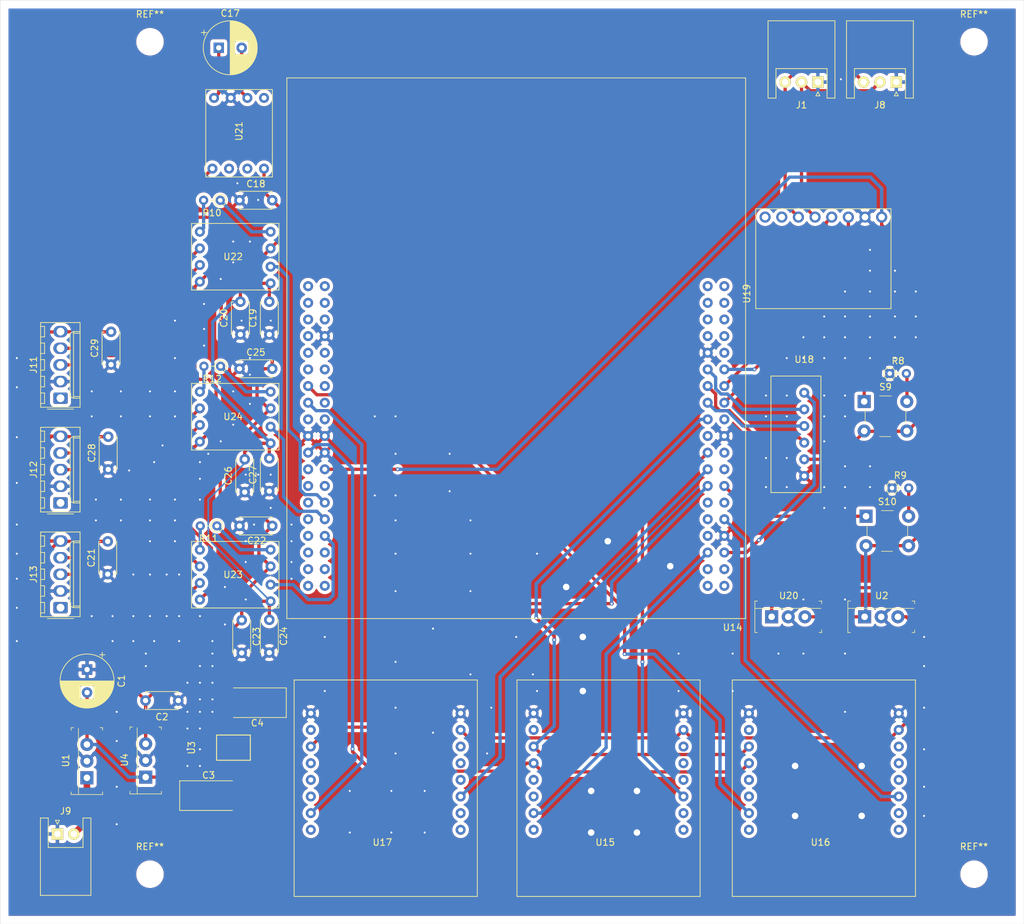
<source format=kicad_pcb>
(kicad_pcb (version 20240108) (generator "pcbnew") (generator_version "8.0")
  (layers (0 "F.Cu" signal) (31 "B.Cu" signal) (34 "B.Paste" user) (35 "F.Paste" user) (36 "B.SilkS" user "B.Silkscreen") (37 "F.SilkS" user "F.Silkscreen") (38 "B.Mask" user) (39 "F.Mask" user) (44 "Edge.Cuts" user))
  (net 0 "")
  (net 1 "+9V")
  (net 2 "GND")
  (net 3 "+5VD")
  (net 4 "/ADC/Vref")
  (net 5 "Net-(C17-Pad2)")
  (net 6 "Net-(C17-Pad1)")
  (net 7 "/CAN/CAN_L")
  (net 8 "/CAN/CAN_H")
  (net 9 "VCC")
  (net 10 "/ADC/Sig+")
  (net 11 "/ADC/Sig-")
  (net 12 "Net-(J11-Pad1)")
  (net 13 "Net-(J12-Pad1)")
  (net 14 "/ADC/Sig2-")
  (net 15 "/ADC/Sig2+")
  (net 16 "Net-(J13-Pad1)")
  (net 17 "/ADC/Sig3-")
  (net 18 "/ADC/Sig3+")
  (net 19 "Net-(R8-Pad2)")
  (net 20 "Net-(R9-Pad2)")
  (net 21 "Net-(R10-Pad2)")
  (net 22 "Net-(R10-Pad1)")
  (net 23 "Net-(R11-Pad1)")
  (net 24 "Net-(R11-Pad2)")
  (net 25 "Net-(R12-Pad1)")
  (net 26 "Net-(R12-Pad2)")
  (net 27 "/GPIO_Input1")
  (net 28 "+5V")
  (net 29 "/GPIO_Input2")
  (net 30 "+3V3")
  (net 31 "Net-(U3-Pad1)")
  (net 32 "Net-(U3-Pad3)")
  (net 33 "Net-(U3-Pad8)")
  (net 34 "Net-(U3-Pad7)")
  (net 35 "Net-(U3-Pad5)")
  (net 36 "Net-(U14-Pad69)")
  (net 37 "/LC1_EnOut")
  (net 38 "Net-(U14-Pad57)")
  (net 39 "Net-(U14-Pad62)")
  (net 40 "Net-(U14-Pad60)")
  (net 41 "/LC3_EnOut")
  (net 42 "/LC2_EnOut")
  (net 43 "/SPI1_CS1")
  (net 44 "Net-(U14-Pad75)")
  (net 45 "/I2C2_SCL")
  (net 46 "/LC1_Interrupt")
  (net 47 "Net-(U14-Pad66)")
  (net 48 "Net-(U14-Pad67)")
  (net 49 "Net-(U14-Pad65)")
  (net 50 "Net-(U14-Pad73)")
  (net 51 "/SPI1_MOSI")
  (net 52 "/SPI1_MISO")
  (net 53 "/I2C1_SCL")
  (net 54 "/CAN1_RX")
  (net 55 "Net-(U14-Pad45)")
  (net 56 "/SPI1_SCK")
  (net 57 "/CAN1_TX")
  (net 58 "Net-(U14-Pad41)")
  (net 59 "Net-(U14-Pad39)")
  (net 60 "Net-(U14-Pad42)")
  (net 61 "Net-(U14-Pad43)")
  (net 62 "Net-(U14-Pad40)")
  (net 63 "Net-(U14-Pad44)")
  (net 64 "Net-(U14-Pad2)")
  (net 65 "Net-(U14-Pad4)")
  (net 66 "Net-(U14-Pad1)")
  (net 67 "/I2C2_SDA")
  (net 68 "Net-(U14-Pad7)")
  (net 69 "Net-(U14-Pad14)")
  (net 70 "Net-(U14-Pad17)")
  (net 71 "/LC2_Interrupt")
  (net 72 "/LC3_Int")
  (net 73 "Net-(U14-Pad33)")
  (net 74 "Net-(U14-Pad36)")
  (net 75 "Net-(U14-Pad34)")
  (net 76 "Net-(U14-Pad35)")
  (net 77 "Net-(U14-Pad37)")
  (net 78 "Net-(U14-Pad38)")
  (net 79 "Net-(U14-Pad27)")
  (net 80 "/ADC1_In1")
  (net 81 "/ADC1_In0")
  (net 82 "Net-(U14-Pad29)")
  (net 83 "Net-(U14-Pad31)")
  (net 84 "/ADC1_In4")
  (net 85 "Net-(U14-Pad25)")
  (net 86 "Net-(U14-Pad23)")
  (net 87 "/I2C1_SDA")
  (net 88 "Net-(U15-Pad1)")
  (net 89 "Net-(U15-Pad2)")
  (net 90 "Net-(U15-Pad4)")
  (net 91 "Net-(U15-Pad5)")
  (net 92 "Net-(U15-Pad6)")
  (net 93 "Net-(U15-Pad9)")
  (net 94 "Net-(U15-Pad11)")
  (net 95 "Net-(U15-Pad12)")
  (net 96 "Net-(U15-Pad15)")
  (net 97 "Net-(U16-Pad15)")
  (net 98 "Net-(U16-Pad12)")
  (net 99 "Net-(U16-Pad11)")
  (net 100 "Net-(U16-Pad9)")
  (net 101 "Net-(U16-Pad6)")
  (net 102 "Net-(U16-Pad5)")
  (net 103 "Net-(U16-Pad4)")
  (net 104 "Net-(U16-Pad2)")
  (net 105 "Net-(U16-Pad1)")
  (net 106 "Net-(U17-Pad1)")
  (net 107 "Net-(U17-Pad2)")
  (net 108 "Net-(U17-Pad4)")
  (net 109 "Net-(U17-Pad5)")
  (net 110 "Net-(U17-Pad6)")
  (net 111 "Net-(U17-Pad9)")
  (net 112 "Net-(U17-Pad11)")
  (net 113 "Net-(U17-Pad12)")
  (net 114 "/Loadcell/I2C2_SDA")
  (net 115 "Net-(U17-Pad15)")
  (net 116 "Net-(U19-Pad7)")
  (net 117 "Net-(U19-Pad8)")
  (net 118 "Net-(U21-Pad1)")
  (net 119 "-5V")
  (net 120 "Net-(U21-Pad6)")
  (net 121 "Net-(U21-Pad7)")
  (footprint "Capacitor_THT:CP_Radial_D8.0mm_P3.50mm" (layer "F.Cu") (at 36.1188 119.9134 -90)
    (property "Reference" "C1")
    (property "Value" "0.33uF")
  )
  (footprint "Capacitor_Tantalum_SMD:CP_EIA-7343-31_Kemet-D" (layer "F.Cu") (at 62.103 124.968 180)
    (property "Reference" "C4")
    (property "Value" "10uF")
  )
  (footprint "Capacitor_THT:C_Disc_D4.7mm_W2.5mm_P5.00mm" (layer "F.Cu") (at 63.9265 68.7832 90)
    (property "Reference" "C19")
    (property "Value" "100nF")
  )
  (footprint "Capacitor_THT:C_Disc_D4.7mm_W2.5mm_P5.00mm" (layer "F.Cu") (at 39.2684 105.3592 90)
    (property "Reference" "C21")
    (property "Value" "100nF")
  )
  (footprint "Capacitor_THT:C_Disc_D4.7mm_W2.5mm_P5.00mm" (layer "F.Cu") (at 39.7764 73.3806 90)
    (property "Reference" "C29")
    (property "Value" "100nF")
  )
  (footprint "Connectors_JST:JST_XH_S03B-XH-A_03x2.50mm_Angled" (layer "F.Cu") (at 147.6248 30.2768 180)
    (property "Reference" "J1")
    (property "Value" "Connector_JST_01x03")
  )
  (footprint "Connectors_JST:JST_XH_S03B-XH-A_03x2.50mm_Angled" (layer "F.Cu") (at 159.5888 30.2768 180)
    (property "Reference" "J8")
    (property "Value" "Connector_JST_01x03")
  )
  (footprint "Connectors_JST:JST_XH_S02B-XH-A_02x2.50mm_Angled" (layer "F.Cu") (at 31.5976 145.0086)
    (property "Reference" "J9")
    (property "Value" "Connector_JST_01x02")
  )
  (footprint "Connector_Molex:Molex_KK-254_AE-6410-05A_1x05_P2.54mm_Vertical" (layer "F.Cu") (at 32.0676 78.5114 90)
    (property "Reference" "J11")
    (property "Value" "Mol_5264_01X05")
  )
  (footprint "Connector_Molex:Molex_KK-254_AE-6410-05A_1x05_P2.54mm_Vertical" (layer "F.Cu") (at 32.0676 94.488 90)
    (property "Reference" "J12")
    (property "Value" "Mol_5264_01X05")
  )
  (footprint "Connector_Molex:Molex_KK-254_AE-6410-05A_1x05_P2.54mm_Vertical" (layer "F.Cu") (at 32.0676 110.4646 90)
    (property "Reference" "J13")
    (property "Value" "Mol_5264_01X05")
  )
  (footprint "Resistor_THT:R_Axial_DIN0204_L3.6mm_D1.6mm_P2.54mm_Vertical" (layer "F.Cu") (at 158.5849 74.74204)
    (property "Reference" "R8")
    (property "Value" "10k")
  )
  (footprint "Resistor_THT:R_Axial_DIN0204_L3.6mm_D1.6mm_P2.54mm_Vertical" (layer "F.Cu") (at 158.9405 92.21216)
    (property "Reference" "R9")
    (property "Value" "10k")
  )
  (footprint "digikey-footprints:Switch_Tactile_THT_B3F-1xxx" (layer "F.Cu") (at 154.6848 79.0046)
    (property "Reference" "S9")
    (property "Value" "B3F-1000")
  )
  (footprint "digikey-footprints:TO-220-3" (layer "F.Cu") (at 36.0934 136.4234 90)
    (property "Reference" "U1")
    (property "Value" "LM7809")
  )
  (footprint "digikey-footprints:TO-220-3" (layer "F.Cu") (at 154.7488 111.8616)
    (property "Reference" "U2")
    (property "Value" "LM3940")
  )
  (footprint "BC_IC_components:REF5050" (layer "F.Cu") (at 55.88 131.8514 90)
    (property "Reference" "U3")
    (property "Value" "REF5050")
  )
  (footprint "BC_STM_Board:Main_NUCLEO-F446RE" (layer "F.Cu") (at 101.6 84.2772)
    (property "Reference" "U14")
    (property "Value" "BC_Nucleo446RE")
  )
  (footprint "BC_IC_components:LoadCell_Click4" (layer "F.Cu") (at 127.1143 146.9012 180)
    (property "Reference" "U15")
    (property "Value" "LoadCell_Click4")
  )
  (footprint "BC_IC_components:LoadCell_Click4" (layer "F.Cu") (at 159.9638 146.9012 180)
    (property "Reference" "U16")
    (property "Value" "LoadCell_Click4")
  )
  (footprint "BC_IC_components:LoadCell_Click4" (layer "F.Cu") (at 93.1164 146.9012 180)
    (property "Reference" "U17")
    (property "Value" "LoadCell_Click4")
  )
  (footprint "BC_IC_components:CAN_TJA1051" (layer "F.Cu") (at 148.463 57.2262 -90)
    (property "Reference" "U19")
    (property "Value" "CAN_TJA1051")
  )
  (footprint "digikey-footprints:TO-220-3" (layer "F.Cu") (at 140.5636 111.8616)
    (property "Reference" "U20")
    (property "Value" "LM7805CT")
  )
  (footprint "Capacitor_Tantalum_SMD:CP_EIA-7343-31_Kemet-D" (layer "F.Cu") (at 54.6608 139.1412)
    (property "Reference" "C3")
    (property "Value" "10uF")
  )
  (footprint "MountingHole:MountingHole_3.2mm_M3" (layer "F.Cu") (at 171.45 151.13)
    (property "Reference" "REF**")
    (property "Value" "MH_3.2mm_M3")
  )
  (footprint "MountingHole:MountingHole_3.2mm_M3" (layer "F.Cu") (at 171.45 24.13)
    (property "Reference" "REF**")
    (property "Value" "MH_3.2mm_M3")
  )
  (footprint "MountingHole:MountingHole_3.2mm_M3" (layer "F.Cu") (at 45.72 24.13)
    (property "Reference" "REF**")
    (property "Value" "MH_3.2mm_M3")
  )
  (footprint "MountingHole:MountingHole_3.2mm_M3" (layer "F.Cu") (at 45.72 151.13)
    (property "Reference" "REF**")
    (property "Value" "MH_3.2mm_M3")
  )
  (footprint "BC_IC_components:LMC7660_THT" (layer "F.Cu") (at 63.119 32.6898 90)
    (property "Reference" "U21")
    (property "Value" "LMC7660")
  )
  (footprint "Capacitor_THT:CP_Radial_D8.0mm_P3.50mm" (layer "F.Cu") (at 56.2102 25.0444)
    (property "Reference" "C17")
    (property "Value" "10uF")
  )
  (footprint "Capacitor_THT:C_Disc_D4.7mm_W2.5mm_P5.00mm" (layer "F.Cu") (at 50.038 124.6378 180)
    (property "Reference" "C2")
    (property "Value" "0.1uF")
  )
  (footprint "digikey-footprints:TO-220-3" (layer "F.Cu") (at 45.0596 136.3218 90)
    (property "Reference" "U4")
    (property "Value" "LM7805CT")
  )
  (footprint "Resistor_THT:R_Axial_DIN0204_L3.6mm_D1.6mm_P2.54mm_Vertical" (layer "F.Cu") (at 56.4388 48.3108 180)
    (property "Reference" "R10")
    (property "Value" "120")
  )
  (footprint "BC_IC_components:INA128PA" (layer "F.Cu") (at 53.3265 53.1114 180)
    (property "Reference" "U22")
    (property "Value" "INA128PA")
  )
  (footprint "Capacitor_THT:C_Disc_D4.7mm_W2.5mm_P5.00mm" (layer "F.Cu") (at 59.5122 68.7832 90)
    (property "Reference" "C20")
    (property "Value" "100nF")
  )
  (footprint "Capacitor_THT:C_Disc_D4.7mm_W2.5mm_P5.00mm" (layer "F.Cu") (at 39.3446 89.3826 90)
    (property "Reference" "C28")
    (property "Value" "100nF")
  )
  (footprint "Capacitor_THT:C_Disc_D4.7mm_W2.5mm_P5.00mm" (layer "F.Cu") (at 59.3765 48.3108)
    (property "Reference" "C18")
    (property "Value" "100nF")
  )
  (footprint "Capacitor_THT:C_Disc_D4.7mm_W2.5mm_P5.00mm" (layer "F.Cu") (at 59.7154 117.3734 90)
    (property "Reference" "C23")
    (property "Value" "100nF")
  )
  (footprint "Resistor_THT:R_Axial_DIN0204_L3.6mm_D1.6mm_P2.54mm_Vertical" (layer "F.Cu") (at 55.9308 97.9932 180)
    (property "Reference" "R11")
    (property "Value" "120")
  )
  (footprint "Capacitor_THT:C_Disc_D4.7mm_W2.5mm_P5.00mm" (layer "F.Cu") (at 63.9265 117.3226 90)
    (property "Reference" "C24")
    (property "Value" "100nF")
  )
  (footprint "BC_IC_components:INA128PA" (layer "F.Cu") (at 53.3265 101.6254 180)
    (property "Reference" "U23")
    (property "Value" "INA128PA")
  )
  (footprint "Capacitor_THT:C_Disc_D4.7mm_W2.5mm_P5.00mm" (layer "F.Cu") (at 59.3765 97.9932)
    (property "Reference" "C22")
    (property "Value" "100nF")
  )
  (footprint "Resistor_THT:R_Axial_DIN0204_L3.6mm_D1.6mm_P2.54mm_Vertical" (layer "F.Cu") (at 56.4896 73.6346 180)
    (property "Reference" "R12")
    (property "Value" "120")
  )
  (footprint "Capacitor_THT:C_Disc_D4.7mm_W2.5mm_P5.00mm" (layer "F.Cu") (at 60.1726 92.837 90)
    (property "Reference" "C26")
    (property "Value" "100nF")
  )
  (footprint "Capacitor_THT:C_Disc_D4.7mm_W2.5mm_P5.00mm" (layer "F.Cu") (at 59.3765 74.0156)
    (property "Reference" "C25")
    (property "Value" "100nF")
  )
  (footprint "BC_IC_components:INA128PA" (layer "F.Cu") (at 53.3265 77.5208 180)
    (property "Reference" "U24")
    (property "Value" "INA128PA")
  )
  (footprint "Capacitor_THT:C_Disc_D4.7mm_W2.5mm_P5.00mm" (layer "F.Cu") (at 63.9265 92.6846 90)
    (property "Reference" "C27")
    (property "Value" "100nF")
  )
  (footprint "BC_IC_components:SDCARD_SPI" (layer "F.Cu") (at 145.542 75.1332)
    (property "Reference" "U18")
    (property "Value" "SDCARD_SPI")
  )
  (footprint "digikey-footprints:Switch_Tactile_THT_B3F-1xxx" (layer "F.Cu") (at 154.9666 96.5094)
    (property "Reference" "S10")
    (property "Value" "B3F-1000")
  )
  (gr_line (start 176.53 17.78) (end 22.86 17.78) (stroke (width 0.05)) (layer "Edge.Cuts"))
  (gr_line (start 179.07 17.78) (end 176.53 17.78) (stroke (width 0.05)) (layer "Edge.Cuts"))
  (gr_line (start 22.86 17.78) (end 22.86 158.75) (stroke (width 0.05)) (layer "Edge.Cuts"))
  (gr_line (start 22.86 158.75) (end 176.53 158.75) (stroke (width 0.05)) (layer "Edge.Cuts"))
  (gr_line (start 179.07 158.75) (end 179.07 17.78) (stroke (width 0.05)) (layer "Edge.Cuts"))
  (gr_line (start 176.53 158.75) (end 179.07 158.75) (stroke (width 0.05)) (layer "Edge.Cuts"))
  (segment (start 163.4236 148.6154) (end 165.9636 146.0754) (width 0.5) (layer "F.Cu") (net 1))
  (segment (start 57.785 134.5514) (end 57.785 139.1295) (width 0.5) (layer "F.Cu") (net 1))
  (segment (start 54.9539 136.3218) (end 57.7733 139.1412) (width 0.5) (layer "F.Cu") (net 1))
  (segment (start 165.9636 111.0234) (end 162.3568 107.4166) (width 0.5) (layer "F.Cu") (net 1))
  (segment (start 67.2475 148.6154) (end 163.4236 148.6154) (width 0.5) (layer "F.Cu") (net 1))
  (segment (start 140.5636 110.3616) (end 140.5636 111.8616) (width 0.5) (layer "F.Cu") (net 1))
  (segment (start 165.9636 146.0754) (end 165.9636 111.0234) (width 0.5) (layer "F.Cu") (net 1))
  (segment (start 45.0596 136.3218) (end 54.9539 136.3218) (width 0.5) (layer "F.Cu") (net 1))
  (segment (start 36.1188 123.4134) (end 36.1188 131.318) (width 0.5) (layer "F.Cu") (net 1))
  (segment (start 143.5086 107.4166) (end 140.5636 110.3616) (width 0.5) (layer "F.Cu") (net 1))
  (segment (start 57.785 139.1295) (end 57.7733 139.1412) (width 0.5) (layer "F.Cu") (net 1))
  (segment (start 162.3568 107.4166) (end 143.5086 107.4166) (width 0.5) (layer "F.Cu") (net 1))
  (segment (start 36.1188 131.318) (end 36.0934 131.3434) (width 0.5) (layer "F.Cu") (net 1))
  (segment (start 57.7733 139.1412) (end 67.2475 148.6154) (width 0.5) (layer "F.Cu") (net 1))
  (segment (start 36.0934 131.3434) (end 37.507613 131.3434) (width 0.5) (layer "B.Cu") (net 1))
  (segment (start 37.507613 131.3434) (end 42.486013 136.3218) (width 0.5) (layer "B.Cu") (net 1))
  (segment (start 43.5596 136.3218) (end 45.0596 136.3218) (width 0.5) (layer "B.Cu") (net 1))
  (segment (start 42.486013 136.3218) (end 43.5596 136.3218) (width 0.5) (layer "B.Cu") (net 1))
  (via (at 37.465 97.155) (size 0.6) (drill 0.3) (layers "F.Cu" "B.Cu") (net 2))
  (via (at 58.42 57.785) (size 0.6) (drill 0.3) (layers "F.Cu" "B.Cu") (net 2))
  (via (at 50.165 111.76) (size 0.6) (drill 0.3) (layers "F.Cu" "B.Cu") (net 2))
  (via (at 40.005 115.57) (size 0.6) (drill 0.3) (layers "F.Cu" "B.Cu") (net 2))
  (via (at 25.4 97.79) (size 0.6) (drill 0.3) (layers "F.Cu" "B.Cu") (net 2))
  (via (at 151.13 29.845) (size 0.6) (drill 0.3) (layers "F.Cu" "B.Cu") (net 2))
  (via (at 25.4 72.39) (size 0.6) (drill 0.3) (layers "F.Cu" "B.Cu") (net 2))
  (via (at 104.14 120.65) (size 0.6) (drill 0.3) (layers "F.Cu" "B.Cu") (net 2))
  (via (at 159.385 59.055) (size 0.6) (drill 0.3) (layers "F.Cu" "B.Cu") (net 2))
  (via (at 64.135 66.675) (size 0.6) (drill 0.3) (layers "F.Cu" "B.Cu") (net 2))
  (via (at 80.01 81.28) (size 0.6) (drill 0.3) (layers "F.Cu" "B.Cu") (net 2))
  (via (at 148.59 95.25) (size 0.6) (drill 0.3) (layers "F.Cu" "B.Cu") (net 2))
  (via (at 53.975 64.135) (size 0.6) (drill 0.3) (layers "F.Cu" "B.Cu") (net 2))
  (via (at 113.03 144.78) (size 1.4) (drill 1) (layers "F.Cu" "B.Cu") (net 2))
  (via (at 88.9 113.665) (size 0.6) (drill 0.3) (layers "F.Cu" "B.Cu") (net 2))
  (via (at 43.18 115.57) (size 0.6) (drill 0.3) (layers "F.Cu" "B.Cu") (net 2))
  (via (at 40.64 137.795) (size 0.6) (drill 0.3) (layers "F.Cu" "B.Cu") (net 2))
  (via (at 163.83 114.935) (size 0.6) (drill 0.3) (layers "F.Cu" "B.Cu") (net 2))
  (via (at 151.765 92.075) (size 0.6) (drill 0.3) (layers "F.Cu" "B.Cu") (net 2))
  (via (at 43.18 111.76) (size 0.6) (drill 0.3) (layers "F.Cu" "B.Cu") (net 2))
  (via (at 134.62 117.475) (size 0.6) (drill 0.3) (layers "F.Cu" "B.Cu") (net 2))
  (via (at 148.59 85.09) (size 0.6) (drill 0.3) (layers "F.Cu" "B.Cu") (net 2))
  (via (at 50.165 115.57) (size 0.6) (drill 0.3) (layers "F.Cu" "B.Cu") (net 2))
  (via (at 25.4 110.49) (size 0.6) (drill 0.3) (layers "F.Cu" "B.Cu") (net 2))
  (via (at 51.435 128.905) (size 0.6) (drill 0.3) (layers "F.Cu" "B.Cu") (net 2))
  (via (at 55.245 124.46) (size 0.6) (drill 0.3) (layers "F.Cu" "B.Cu") (net 2))
  (via (at 60.325 103.505) (size 0.6) (drill 0.3) (layers "F.Cu" "B.Cu") (net 2))
  (via (at 40.005 111.76) (size 0.6) (drill 0.3) (layers "F.Cu" "B.Cu") (net 2))
  (via (at 60.96 72.39) (size 0.6) (drill 0.3) (layers "F.Cu" "B.Cu") (net 2))
  (via (at 40.64 143.51) (size 0.6) (drill 0.3) (layers "F.Cu" "B.Cu") (net 2))
  (via (at 54.61 86.995) (size 0.6) (drill 0.3) (layers "F.Cu" "B.Cu") (net 2))
  (via (at 151.765 66.04) (size 0.6) (drill 0.3) (layers "F.Cu" "B.Cu") (net 2))
  (via (at 151.765 72.39) (size 0.6) (drill 0.3) (layers "F.Cu" "B.Cu") (net 2))
  (via (at 159.385 72.39) (size 0.6) (drill 0.3) (layers "F.Cu" "B.Cu") (net 2))
  (via (at 111.76 114.935) (size 1.4) (drill 1) (layers "F.Cu" "B.Cu") (net 2))
  (via (at 154.305 142.24) (size 1.4) (drill 1) (layers "F.Cu" "B.Cu") (net 2))
  (via (at 94.615 120.65) (size 0.6) (drill 0.3) (layers "F.Cu" "B.Cu") (net 2))
  (via (at 142.875 87.63) (size 0.6) (drill 0.3) (layers "F.Cu" "B.Cu") (net 2))
  (via (at 148.59 92.075) (size 0.6) (drill 0.3) (layers "F.Cu" "B.Cu") (net 2))
  (via (at 113.03 138.43) (size 1.4) (drill 1) (layers "F.Cu" "B.Cu") (net 2))
  (via (at 45.72 81.28) (size 0.6) (drill 0.3) (layers "F.Cu" "B.Cu") (net 2))
  (via (at 40.64 130.81) (size 0.6) (drill 0.3) (layers "F.Cu" "B.Cu") (net 2))
  (via (at 82.55 144.78) (size 0.6) (drill 0.3) (layers "F.Cu" "B.Cu") (net 2))
  (via (at 53.34 111.76) (size 0.6) (drill 0.3) (layers "F.Cu" "B.Cu") (net 2))
  (via (at 155.575 69.215) (size 0.6) (drill 0.3) (layers "F.Cu" "B.Cu") (net 2))
  (via (at 76.2 144.78) (size 0.6) (drill 0.3) (layers "F.Cu" "B.Cu") (net 2))
  (via (at 163.83 137.795) (size 0.6) (drill 0.3) (layers "F.Cu" "B.Cu") (net 2))
  (via (at 151.765 62.23) (size 0.6) (drill 0.3) (layers "F.Cu" "B.Cu") (net 2))
  (via (at 144.145 142.24) (size 1.4) (drill 1) (layers "F.Cu" "B.Cu") (net 2))
  (via (at 57.15 107.315) (size 0.6) (drill 0.3) (layers "F.Cu" "B.Cu") (net 2))
  (via (at 45.72 97.155) (size 0.6) (drill 0.3) (layers "F.Cu" "B.Cu") (net 2))
  (via (at 144.145 134.62) (size 1.4) (drill 1) (layers "F.Cu" "B.Cu") (net 2))
  (via (at 115.57 100.33) (size 1.4) (drill 1) (layers "F.Cu" "B.Cu") (net 2))
  (via (at 43.18 105.41) (size 0.6) (drill 0.3) (layers "F.Cu" "B.Cu") (net 2))
  (via (at 49.53 77.47) (size 0.6) (drill 0.3) (layers "F.Cu" "B.Cu") (net 2))
  (via (at 163.83 132.08) (size 0.6) (drill 0.3) (layers "F.Cu" "B.Cu") (net 2))
  (via (at 139.7 78.105) (size 0.6) (drill 0.3) (layers "F.Cu" "B.Cu") (net 2))
  (via (at 55.245 126.365) (size 0.6) (drill 0.3) (layers "F.Cu" "B.Cu") (net 2))
  (via (at 83.185 93.345) (size 0.6) (drill 0.3) (layers "F.Cu" "B.Cu") (net 2))
  (via (at 36.83 81.28) (size 0.6) (drill 0.3) (layers "F.Cu" "B.Cu") (net 2))
  (via (at 60.96 54.61) (size 0.6) (drill 0.3) (layers "F.Cu" "B.Cu") (net 2))
  (via (at 82.55 138.43) (size 0.6) (drill 0.3) (layers "F.Cu" "B.Cu") (net 2))
  (via (at 83.185 107.95) (size 0.6) (drill 0.3) (layers "F.Cu" "B.Cu") (net 2))
  (via (at 60.325 109.22) (size 0.6) (drill 0.3) (layers "F.Cu" "B.Cu") (net 2))
  (via (at 49.53 97.155) (size 0.6) (drill 0.3) (layers "F.Cu" "B.Cu") (net 2))
  (via (at 67.31 100.33) (size 0.6) (drill 0.3) (layers "F.Cu" "B.Cu") (net 2))
  (via (at 25.4 106.045) (size 0.6) (drill 0.3) (layers "F.Cu" "B.Cu") (net 2))
  (via (at 94.615 97.155) (size 0.6) (drill 0.3) (layers "F.Cu" "B.Cu") (net 2))
  (via (at 91.44 92.71) (size 0.6) (drill 0.3) (layers "F.Cu" "B.Cu") (net 2))
  (via (at 151.765 88.9) (size 0.6) (drill 0.3) (layers "F.Cu" "B.Cu") (net 2))
  (via (at 25.4 84.455) (size 0.6) (drill 0.3) (layers "F.Cu" "B.Cu") (net 2))
  (via (at 87.63 138.43) (size 0.6) (drill 0.3) (layers "F.Cu" "B.Cu") (net 2))
  (via (at 53.34 121.92) (size 0.6) (drill 0.3) (layers "F.Cu" "B.Cu") (net 2))
  (via (at 53.34 93.98) (size 0.6) (drill 0.3) (layers "F.Cu" "B.Cu") (net 2))
  (via (at 151.765 95.25) (size 0.6) (drill 0.3) (layers "F.Cu" "B.Cu") (net 2))
  (via (at 101.6 114.935) (size 0.6) (drill 0.3) (layers "F.Cu" "B.Cu") (net 2))
  (via (at 94.615 102.235) (size 0.6) (drill 0.3) (layers "F.Cu" "B.Cu") (net 2))
  (via (at 163.83 119.38) (size 0.6) (drill 0.3) (layers "F.Cu" "B.Cu") (net 2))
  (via (at 60.96 79.375) (size 0.6) (drill 0.3) (layers "F.Cu" "B.Cu") (net 2))
  (via (at 56.515 60.325) (size 0.6) (drill 0.3) (layers "F.Cu" "B.Cu") (net 2))
  (via (at 36.83 77.47) (size 0.6) (drill 0.3) (layers "F.Cu" "B.Cu") (net 2))
  (via (at 94.615 107.95) (size 0.6) (drill 0.3) (layers "F.Cu" "B.Cu") (net 2))
  (via (at 145.415 72.39) (size 0.6) (drill 0.3) (layers "F.Cu" "B.Cu") (net 2))
  (via (at 145.415 69.215) (size 0.6) (drill 0.3) (layers "F.Cu" "B.Cu") (net 2))
  (via (at 37.465 93.98) (size 0.6) (drill 0.3) (layers "F.Cu" "B.Cu") (net 2))
  (via (at 62.23 48.26) (size 0.6) (drill 0.3) (layers "F.Cu" "B.Cu") (net 2))
  (via (at 42.545 89.535) (size 0.6) (drill 0.3) (layers "F.Cu" "B.Cu") (net 2))
  (via (at 51.435 132.08) (size 0.6) (drill 0.3) (layers "F.Cu" "B.Cu") (net 2))
  (via (at 67.31 103.505) (size 0.6) (drill 0.3) (layers "F.Cu" "B.Cu") (net 2))
  (via (at 67.31 106.045) (size 0.6) (drill 0.3) (layers "F.Cu" "B.Cu") (net 2))
  (via (at 151.765 78.105) (size 0.6) (drill 0.3) (layers "F.Cu" "B.Cu") (net 2))
  (via (at 142.875 81.28) (size 0.6) (drill 0.3) (layers "F.Cu" "B.Cu") (net 2))
  (via (at 142.875 78.105) (size 0.6) (drill 0.3) (layers "F.Cu" "B.Cu") (net 2))
  (via (at 25.4 76.835) (size 0.6) (drill 0.3) (layers "F.Cu" "B.Cu") (net 2))
  (via (at 58.42 77.47) (size 0.6) (drill 0.3) (layers "F.Cu" "B.Cu") (net 2))
  (via (at 64.135 95.25) (size 0.6) (drill 0.3) (layers "F.Cu" "B.Cu") (net 2))
  (via (at 155.575 88.9) (size 0.6) (drill 0.3) (layers "F.Cu" "B.Cu") (net 2))
  (via (at 151.765 81.28) (size 0.6) (drill 0.3) (layers "F.Cu" "B.Cu") (net 2))
  (via (at 60.325 100.33) (size 0.6) (drill 0.3) (layers "F.Cu" "B.Cu") (net 2))
  (via (at 53.975 70.485) (size 0.6) (drill 0.3) (layers "F.Cu" "B.Cu") (net 2))
  (via (at 126.365 117.475) (size 0.6) (drill 0.3) (layers "F.Cu" "B.Cu") (net 2))
  (via (at 53.34 119.38) (size 0.6) (drill 0.3) (layers "F.Cu" "B.Cu") (net 2))
  (via (at 83.185 125.73) (size 0.6) (drill 0.3) (layers "F.Cu" "B.Cu") (net 2))
  (via (at 148.59 78.105) (size 0.6) (drill 0.3) (layers "F.Cu" "B.Cu") (net 2))
  (via (at 97.79 125.73) (size 0.6) (drill 0.3) (layers "F.Cu" "B.Cu") (net 2))
  (via (at 49.53 100.33) (size 0.6) (drill 0.3) (layers "F.Cu" "B.Cu") (net 2))
  (via (at 139.7 81.28) (size 0.6) (drill 0.3) (layers "F.Cu" "B.Cu") (net 2))
  (via (at 104.775 123.19) (size 0.6) (drill 0.3) (layers "F.Cu" "B.Cu") (net 2))
  (via (at 151.765 126.365) (size 0.6) (drill 0.3) (layers "F.Cu" "B.Cu") (net 2))
  (via (at 45.72 111.76) (size 0.6) (drill 0.3) (layers "F.Cu" "B.Cu") (net 2))
  (via (at 139.7 87.63) (size 0.6) (drill 0.3) (layers "F.Cu" "B.Cu") (net 2))
  (via (at 159.385 66.04) (size 0.6) (drill 0.3) (layers "F.Cu" "B.Cu") (net 2))
  (via (at 159.385 62.23) (size 0.6) (drill 0.3) (layers "F.Cu" "B.Cu") (net 2))
  (via (at 120.015 138.43) (size 1.4) (drill 1) (layers "F.Cu" "B.Cu") (net 2))
  (via (at 120.015 144.78) (size 1.4) (drill 1) (layers "F.Cu" "B.Cu") (net 2))
  (via (at 125.095 104.14) (size 1.4) (drill 1) (layers "F.Cu" "B.Cu") (net 2))
  (via (at 47.625 85.725) (size 0.6) (drill 0.3) (layers "F.Cu" "B.Cu") (net 2))
  (via (at 145.415 117.475) (size 0.6) (drill 0.3) (layers "F.Cu" "B.Cu") (net 2))
  (via (at 83.185 118.745) (size 0.6) (drill 0.3) (layers "F.Cu" "B.Cu") (net 2))
  (via (at 58.42 54.61) (size 0.6) (drill 0.3) (layers "F.Cu" "B.Cu") (net 2))
  (via (at 49.53 81.28) (size 0.6) (drill 0.3) (layers "F.Cu" "B.Cu") (net 2))
  (via (at 155.575 59.055) (size 0.6) (drill 0.3) (layers "F.Cu" "B.Cu") (net 2))
  (via (at 80.01 93.345) (size 0.6) (drill 0.3) (layers "F.Cu" "B.Cu") (net 2))
  (via (at 49.53 93.98) (size 0.6) (drill 0.3) (layers "F.Cu" "B.Cu") (net 2))
  (via (at 46.355 88.265) (size 0.6) (drill 0.3) (layers "F.Cu" "B.Cu") (net 2))
  (via (at 155.575 62.23) (size 0.6) (drill 0.3) (layers "F.Cu" "B.Cu") (net 2))
  (via (at 57.15 113.03) (size 0.6) (drill 0.3) (layers "F.Cu" "B.Cu") (net 2))
  (via (at 45.72 105.41) (size 0.6) (drill 0.3) (layers "F.Cu" "B.Cu") (net 2))
  (via (at 45.085 117.475) (size 0.6) (drill 0.3) (layers "F.Cu" "B.Cu") (net 2))
  (via (at 53.34 124.46) (size 0.6) (drill 0.3) (layers "F.Cu" "B.Cu") (net 2))
  (via (at 154.305 134.62) (size 1.4) (drill 1) (layers "F.Cu" "B.Cu") (net 2))
  (via (at 148.59 72.39) (size 0.6) (drill 0.3) (layers "F.Cu" "B.Cu") (net 2))
  (via (at 55.245 117.475) (size 0.6) (drill 0.3) (layers "F.Cu" "B.Cu") (net 2))
  (via (at 50.165 105.41) (size 0.6) (drill 0.3) (layers "F.Cu" "B.Cu") (net 2))
  (via (at 25.4 91.44) (size 0.6) (drill 0.3) (layers "F.Cu" "B.Cu") (net 2))
  (via (at 53.34 88.265) (size 0.6) (drill 0.3) (layers "F.Cu" "B.Cu") (net 2))
  (via (at 148.59 66.04) (size 0.6) (drill 0.3) (layers "F.Cu" "B.Cu") (net 2))
  (via (at 83.185 132.715) (size 0.6) (drill 0.3) (layers "F.Cu" "B.Cu") (net 2))
  (via (at 155.575 92.075) (size 0.6) (drill 0.3) (layers "F.Cu" "B.Cu") (net 2))
  (via (at 53.34 128.905) (size 0.6) (drill 0.3) (layers "F.Cu" "B.Cu") (net 2))
  (via (at 60.325 90.17) (size 0.6) (drill 0.3) (layers "F.Cu" "B.Cu") (net 2))
  (via (at 145.415 109.22) (size 0.6) (drill 0.3) (layers "F.Cu" "B.Cu") (net 2))
  (via (at 40.64 126.365) (size 0.6) (drill 0.3) (layers "F.Cu" "B.Cu") (net 2))
  (via (at 151.765 69.215) (size 0.6) (drill 0.3) (layers "F.Cu" "B.Cu") (net 2))
  (via (at 155.575 72.39) (size 0.6) (drill 0.3) (layers "F.Cu" "B.Cu") (net 2))
  (via (at 53.34 126.365) (size 0.6) (drill 0.3) (layers "F.Cu" "B.Cu") (net 2))
  (via (at 45.72 93.98) (size 0.6) (drill 0.3) (layers "F.Cu" "B.Cu") (net 2))
  (via (at 53.34 90.805) (size 0.6) (drill 0.3) (layers "F.Cu" "B.Cu") (net 2))
  (via (at 58.42 82.55) (size 0.6) (drill 0.3) (layers "F.Cu" "B.Cu") (net 2))
  (via (at 49.53 72.39) (size 0.6) (drill 0.3) (layers "F.Cu" "B.Cu") (net 2))
  (via (at 55.245 119.38) (size 0.6) (drill 0.3) (layers "F.Cu" "B.Cu") (net 2))
  (via (at 60.96 74.93) (size 0.6) (drill 0.3) (layers "F.Cu" "B.Cu") (net 2))
  (via (at 41.275 97.155) (size 0.6) (drill 0.3) (layers "F.Cu" "B.Cu") (net 2))
  (via (at 83.185 86.995) (size 0.6) (drill 0.3) (layers "F.Cu" "B.Cu") (net 2))
  (via (at 51.435 121.92) (size 0.6) (drill 0.3) (layers "F.Cu" "B.Cu") (net 2))
  (via (at 61.595 97.79) (size 0.6) (drill 0.3) (layers "F.Cu" "B.Cu") (net 2))
  (via (at 48.26 105.41) (size 0.6) (drill 0.3) (layers "F.Cu" "B.Cu") (net 2))
  (via (at 72.39 123.19) (size 0.6) (drill 0.3) (layers "F.Cu" "B.Cu") (net 2))
  (via (at 83.185 81.28) (size 0.6) (drill 0.3) (layers "F.Cu" "B.Cu") (net 2))
  (via (at 36.83 111.76) (size 0.6) (drill 0.3) (layers "F.Cu" "B.Cu") (net 2))
  (via (at 111.76 123.19) (size 1.4) (drill 1) (layers "F.Cu" "B.Cu") (net 2))
  (via (at 55.245 121.92) (size 0.6) (drill 0.3) (layers "F.Cu" "B.Cu") (net 2))
  (via (at 53.34 132.08) (size 0.6) (drill 0.3) (layers "F.Cu" "B.Cu") (net 2))
  (via (at 163.83 125.73) (size 0.6) (drill 0.3) (layers "F.Cu" "B.Cu") (net 2))
  (via (at 83.185 97.155) (size 0.6) (drill 0.3) (layers "F.Cu" "B.Cu") (net 2))
  (via (at 91.44 86.995) (size 0.6) (drill 0.3) (layers "F.Cu" "B.Cu") (net 2))
  (via (at 48.26 111.76) (size 0.6) (drill 0.3) (layers "F.Cu" "B.Cu") (net 2))
  (via (at 109.22 107.315) (size 1.4) (drill 1) (layers "F.Cu" "B.Cu") (net 2))
  (via (at 163.83 142.24) (size 0.6) (drill 0.3) (layers "F.Cu" "B.Cu") (net 2))
  (via (at 162.56 66.04) (size 0.6) (drill 0.3) (layers "F.Cu" "B.Cu") (net 2))
  (via (at 76.2 138.43) (size 0.6) (drill 0.3) (layers "F.Cu" "B.Cu") (net 2))
  (via (at 25.4 115.57) (size 0.6) (drill 0.3) (layers "F.Cu" "B.Cu") (net 2))
  (via (at 83.185 102.235) (size 0.6) (drill 0.3) (layers "F.Cu" "B.Cu") (net 2))
  (via (at 151.765 117.475) (size 0.6) (drill 0.3) (layers "F.Cu" "B.Cu") (net 2))
  (via (at 45.72 77.47) (size 0.6) (drill 0.3) (layers "F.Cu" "B.Cu") (net 2))
  (via (at 41.275 77.47) (size 0.6) (drill 0.3) (layers "F.Cu" "B.Cu") (net 2))
  (via (at 151.765 109.22) (size 0.6) (drill 0.3) (layers "F.Cu" "B.Cu") (net 2))
  (via (at 67.31 97.79) (size 0.6) (drill 0.3) (layers "F.Cu" "B.Cu") (net 2))
  (via (at 51.435 134.62) (size 0.6) (drill 0.3) (layers "F.Cu" "B.Cu") (net 2))
  (via (at 56.515 85.09) (size 0.6) (drill 0.3) (layers "F.Cu" "B.Cu") (net 2))
  (via (at 142.875 92.075) (size 0.6) (drill 0.3) (layers "F.Cu" "B.Cu") (net 2))
  (via (at 51.435 126.365) (size 0.6) (drill 0.3) (layers "F.Cu" "B.Cu") (net 2))
  (via (at 55.245 115.57) (size 0.6) (drill 0.3) (layers "F.Cu" "B.Cu") (net 2))
  (via (at 53.34 134.62) (size 0.6) (drill 0.3) (layers "F.Cu" "B.Cu") (net 2))
  (via (at 72.39 114.935) (size 0.6) (drill 0.3) (layers "F.Cu" "B.Cu") (net 2))
  (via (at 88.9 129.54) (size 0.6) (drill 0.3) (layers "F.Cu" "B.Cu") (net 2))
  (via (at 141.605 117.475) (size 0.6) (drill 0.3) (layers "F.Cu" "B.Cu") (net 2))
  (via (at 46.355 115.57) (size 0.6) (drill 0.3) (layers "F.Cu" "B.Cu") (net 2))
  (via (at 62.23 90.17) (size 0.6) (drill 0.3) (layers "F.Cu" "B.Cu") (net 2))
  (via (at 64.135 90.17) (size 0.6) (drill 0.3) (layers "F.Cu" "B.Cu") (net 2))
  (via (at 162.56 62.23) (size 0.6) (drill 0.3) (layers "F.Cu" "B.Cu") (net 2))
  (via (at 45.72 100.33) (size 0.6) (drill 0.3) (layers "F.Cu" "B.Cu") (net 2))
  (via (at 59.055 45.72) (size 0.6) (drill 0.3) (layers "F.Cu" "B.Cu") (net 2))
  (via (at 162.56 69.215) (size 0.6) (drill 0.3) (layers "F.Cu" "B.Cu") (net 2))
  (via (at 41.275 93.98) (size 0.6) (drill 0.3) (layers "F.Cu" "B.Cu") (net 2))
  (via (at 159.385 69.215) (size 0.6) (drill 0.3) (layers "F.Cu" "B.Cu") (net 2))
  (via (at 97.155 132.715) (size 0.6) (drill 0.3) (layers "F.Cu" "B.Cu") (net 2))
  (via (at 49.53 66.675) (size 0.6) (drill 0.3) (layers "F.Cu" "B.Cu") (net 2))
  (via (at 155.575 66.04) (size 0.6) (drill 0.3) (layers "F.Cu" "B.Cu") (net 2))
  (via (at 53.975 67.945) (size 0.6) (drill 0.3) (layers "F.Cu" "B.Cu") (net 2))
  (via (at 155.575 55.88) (size 0.6) (drill 0.3) (layers "F.Cu" "B.Cu") (net 2))
  (via (at 87.63 144.78) (size 0.6) (drill 0.3) (layers "F.Cu" "B.Cu") (net 2))
  (via (at 142.875 72.39) (size 0.6) (drill 0.3) (layers "F.Cu" "B.Cu") (net 2))
  (via (at 126.365 123.19) (size 0.6) (drill 0.3) (layers "F.Cu" "B.Cu") (net 2))
  (via (at 41.275 81.28) (size 0.6) (drill 0.3) (layers "F.Cu" "B.Cu") (net 2))
  (via (at 139.7 92.075) (size 0.6) (drill 0.3) (layers "F.Cu" "B.Cu") (net 2))
  (via (at 25.4 102.235) (size 0.6) (drill 0.3) (layers "F.Cu" "B.Cu") (net 2))
  (via (at 148.59 81.28) (size 0.6) (drill 0.3) (layers "F.Cu" "B.Cu") (net 2))
  (via (at 59.69 66.675) (size 0.6) (drill 0.3) (layers "F.Cu" "B.Cu") (net 2))
  (via (at 45.085 119.38) (size 0.6) (drill 0.3) (layers "F.Cu" "B.Cu") (net 2))
  (via (at 104.775 102.235) (size 0.6) (drill 0.3) (layers "F.Cu" "B.Cu") (net 2))
  (via (at 148.59 69.215) (size 0.6) (drill 0.3) (layers "F.Cu" "B.Cu") (net 2))
  (via (at 134.62 123.19) (size 0.6) (drill 0.3) (layers "F.Cu" "B.Cu") (net 2))
  (segment (start 62.24915 95.86585) (end 61.5317 95.1484) (width 0.5) (layer "F.Cu") (net 3))
  (segment (start 66.1924 50.1267) (end 64.3765 48.3108) (width 0.5) (layer "F.Cu") (net 3))
  (segment (start 39.3446 84.3826) (end 32.1222 84.3826) (width 0.5) (layer "F.Cu") (net 3))
  (segment (start 56.5912 69.2658) (end 58.1914 70.866) (width 0.5) (layer "F.Cu") (net 3))
  (segment (start 35.3352 114.935) (end 30.2514 114.935) (width 0.5) (layer "F.Cu") (net 3))
  (segment (start 66.1924 53.5805) (end 66.1924 50.1267) (width 0.5) (layer "F.Cu") (net 3))
  (segment (start 32.0676 100.3046) (end 30.4676 100.3046) (width 0.5) (layer "F.Cu") (net 3))
  (segment (start 31.7868 68.4022) (end 31.8376 68.3514) (width 0.5) (layer "F.Cu") (net 3))
  (segment (start 27.7114 70.0278) (end 29.337 68.4022) (width 0.5) (layer "F.Cu") (net 3))
  (segment (start 61.5317 95.1484) (end 57.9628 95.1484) (width 0.5) (layer "F.Cu") (net 3))
  (segment (start 58.1914 70.866) (end 62.611 70.866) (width 0.5) (layer "F.Cu") (net 3))
  (segment (start 63.119 74.0156) (end 62.0522 75.0824) (width 0.5) (layer "F.Cu") (net 3))
  (segment (start 64.3765 74.0156) (end 63.119 74.0156) (width 0.5) (layer "F.Cu") (net 3))
  (segment (start 56.4388 93.6244) (end 56.4388 87.7435) (width 0.5) (layer "F.Cu") (net 3))
  (segment (start 30.6889 84.328) (end 32.0676 84.328) (width 0.5) (layer "F.Cu") (net 3))
  (segment (start 64.3636 74.0027) (end 64.3765 74.0156) (width 0.5) (layer "F.Cu") (net 3))
  (segment (start 45.0596 124.6594) (end 45.038 124.6378) (width 0.5) (layer "F.Cu") (net 3))
  (segment (start 63.119 43.4848) (end 63.119 47.0533) (width 0.5) (layer "F.Cu") (net 3))
  (segment (start 30.4676 100.3046) (end 28.3972 98.2342) (width 0.5) (layer "F.Cu") (net 3))
  (segment (start 32.0968 68.3806) (end 32.0676 68.3514) (width 0.5) (layer "F.Cu") (net 3))
  (segment (start 62.33755 100.03215) (end 62.33755 102.38145) (width 0.5) (layer "F.Cu") (net 3))
  (segment (start 32.0676 84.328) (end 30.4676 84.328) (width 0.5) (layer "F.Cu") (net 3))
  (segment (start 64.3765 97.9932) (end 62.33755 100.03215) (width 0.5) (layer "F.Cu") (net 3))
  (segment (start 62.611 70.866) (end 64.3636 72.6186) (width 0.5) (layer "F.Cu") (net 3))
  (segment (start 45.0596 131.2418) (end 45.0596 124.6594) (width 0.5) (layer "F.Cu") (net 3))
  (segment (start 64.3636 72.6186) (end 64.3636 74.0027) (width 0.5) (layer "F.Cu") (net 3))
  (segment (start 31.8376 100.3046) (end 32.0676 100.3046) (width 0.5) (layer "F.Cu") (net 3))
  (segment (start 62.0522 75.0824) (end 62.0522 78.3336) (width 0.5) (layer "F.Cu") (net 3))
  (segment (start 28.3972 86.6197) (end 30.6889 84.328) (width 0.5) (layer "F.Cu") (net 3))
  (segment (start 30.4676 84.328) (end 27.7114 81.5718) (width 0.5) (layer "F.Cu") (net 3))
  (segment (start 39.2684 100.3592) (end 32.1222 100.3592) (width 0.5) (layer "F.Cu") (net 3))
  (segment (start 39.7764 68.3806) (end 32.0968 68.3806) (width 0.5) (layer "F.Cu") (net 3))
  (segment (start 45.038 124.6378) (end 35.3352 114.935) (width 0.5) (layer "F.Cu") (net 3))
  (segment (start 56.5912 63.246) (end 56.5912 69.2658) (width 0.5) (layer "F.Cu") (net 3))
  (segment (start 28.321 103.8212) (end 31.8376 100.3046) (width 0.5) (layer "F.Cu") (net 3))
  (segment (start 63.359501 56.413399) (end 63.359501 56.477699) (width 0.5) (layer "F.Cu") (net 3))
  (segment (start 64.1215 55.6514) (end 63.359501 56.413399) (width 0.5) (layer "F.Cu") (net 3))
  (segment (start 63.7794 80.0608) (end 64.1215 80.0608) (width 0.5) (layer "F.Cu") (net 3))
  (segment (start 64.3765 97.9932) (end 62.24915 95.86585) (width 0.5) (layer "F.Cu") (net 3))
  (segment (start 57.9628 95.1484) (end 56.4388 93.6244) (width 0.5) (layer "F.Cu") (net 3))
  (segment (start 56.4388 87.7435) (end 56.92735 87.25495) (width 0.5) (layer "F.Cu") (net 3))
  (segment (start 31.8376 68.3514) (end 32.0676 68.3514) (width 0.5) (layer "F.Cu") (net 3))
  (segment (start 62.33755 102.38145) (end 64.1215 104.1654) (width 0.5) (layer "F.Cu") (net 3))
  (segment (start 29.337 68.4022) (end 31.7868 68.4022) (width 0.5) (layer "F.Cu") (net 3))
  (segment (start 56.92735 87.25495) (end 64.1215 80.0608) (width 0.5) (layer "F.Cu") (net 3))
  (segment (start 28.3972 98.2342) (end 28.3972 86.6197) (width 0.5) (layer "F.Cu") (net 3))
  (segment (start 64.1215 104.1654) (end 52.4629 115.824) (width 0.5) (layer "F.Cu") (net 3))
  (segment (start 52.4629 117.2129) (end 45.038 124.6378) (width 0.5) (layer "F.Cu") (net 3))
  (segment (start 27.7114 81.5718) (end 27.7114 70.0278) (width 0.5) (layer "F.Cu") (net 3))
  (segment (start 30.2514 114.935) (end 28.321 113.0046) (width 0.5) (layer "F.Cu") (net 3))
  (segment (start 63.359501 56.477699) (end 56.5912 63.246) (width 0.5) (layer "F.Cu") (net 3))
  (segment (start 52.4629 115.824) (end 52.4629 117.2129) (width 0.5) (layer "F.Cu") (net 3))
  (segment (start 28.321 113.0046) (end 28.321 103.8212) (width 0.5) (layer "F.Cu") (net 3))
  (segment (start 62.0522 78.3336) (end 63.7794 80.0608) (width 0.5) (layer "F.Cu") (net 3))
  (segment (start 64.1215 55.6514) (end 66.1924 53.5805) (width 0.5) (layer "F.Cu") (net 3))
  (segment (start 32.1222 84.3826) (end 32.0676 84.328) (width 0.5) (layer "F.Cu") (net 3))
  (segment (start 63.119 47.0533) (end 64.3765 48.3108) (width 0.5) (layer "F.Cu") (net 3))
  (segment (start 32.1222 100.3592) (end 32.0676 100.3046) (width 0.5) (layer "F.Cu") (net 3))
  (segment (start 60.8076 60.9854) (end 64.1215 60.9854) (width 0.5) (layer "F.Cu") (net 4))
  (segment (start 56.769 115.3198) (end 59.7154 112.3734) (width 0.5) (layer "F.Cu") (net 4))
  (segment (start 57.0889 121.6914) (end 56.769 121.3715) (width 0.5) (layer "F.Cu") (net 4))
  (segment (start 63.9265 112.3226) (end 63.9265 109.6944) (width 0.5) (layer "F.Cu") (net 4))
  (segment (start 63.9265 87.6846) (end 63.9265 85.5898) (width 0.5) (layer "F.Cu") (net 4))
  (segment (start 63.9265 85.5898) (end 64.1215 85.3948) (width 0.5) (layer "F.Cu") (net 4))
  (segment (start 59.7154 110.9726) (end 61.1886 109.4994) (width 0.5) (layer "F.Cu") (net 4))
  (segment (start 59.7154 112.3734) (end 59.7154 110.9726) (width 0.5) (layer "F.Cu") (net 4))
  (segment (start 61.48343 85.3948) (end 63.04387 85.3948) (width 0.5) (layer "F.Cu") (net 4))
  (segment (start 56.769 121.3715) (end 56.769 116.9162) (width 0.5) (layer "F.Cu") (net 4))
  (segment (start 60.1726 86.70563) (end 61.48343 85.3948) (width 0.5) (layer "F.Cu") (net 4))
  (segment (start 63.04387 85.3948) (end 64.1215 85.3948) (width 0.5) (layer "F.Cu") (net 4))
  (segment (start 59.5122 62.2808) (end 60.8076 60.9854) (width 0.5) (layer "F.Cu") (net 4))
  (segment (start 63.9265 61.1804) (end 64.1215 60.9854) (width 0.5) (layer "F.Cu") (net 4))
  (segment (start 59.055 125.0325) (end 58.9905 124.968) (width 0.5) (layer "F.Cu") (net 4))
  (segment (start 58.9905 123.593) (end 57.0889 121.6914) (width 0.5) (layer "F.Cu") (net 4))
  (segment (start 59.055 129.1514) (end 59.055 125.0325) (width 0.5) (layer "F.Cu") (net 4))
  (segment (start 63.9265 63.7832) (end 63.9265 61.1804) (width 0.5) (layer "F.Cu") (net 4))
  (segment (start 58.9905 124.968) (end 58.9905 123.593) (width 0.5) (layer "F.Cu") (net 4))
  (segment (start 63.9265 109.6944) (end 64.1215 109.4994) (width 0.5) (layer "F.Cu") (net 4))
  (segment (start 60.1726 87.837) (end 60.1726 86.70563) (width 0.5) (layer "F.Cu") (net 4))
  (segment (start 56.769 116.9162) (end 56.769 115.3198) (width 0.5) (layer "F.Cu") (net 4))
  (segment (start 61.1886 109.4994) (end 64.1215 109.4994) (width 0.5) (layer "F.Cu") (net 4))
  (segment (start 59.5122 63.7832) (end 59.5122 62.2808) (width 0.5) (layer "F.Cu") (net 4))
  (segment (start 60.1726 88.4174) (end 60.1726 87.837) (width 0.25) (layer "B.Cu") (net 4))
  (segment (start 55.29834 66.86569) (end 55.29834 76.57164) (width 0.5) (layer "B.Cu") (net 4))
  (segment (start 59.5122 63.7832) (end 58.38083 63.7832) (width 0.5) (layer "B.Cu") (net 4))
  (segment (start 54.61 93.98) (end 60.1726 88.4174) (width 0.25) (layer "B.Cu") (net 4))
  (segment (start 55.29834 76.57164) (end 64.1215 85.3948) (width 0.5) (layer "B.Cu") (net 4))
  (segment (start 64.1215 109.4994) (end 54.61 99.9879) (width 0.25) (layer "B.Cu") (net 4))
  (segment (start 54.61 99.9879) (end 54.61 93.98) (width 0.25) (layer "B.Cu") (net 4))
  (segment (start 58.38083 63.7832) (end 55.29834 66.86569) (width 0.5) (layer "B.Cu") (net 4))
  (segment (start 59.7102 25.0444) (end 59.7102 31.821) (width 0.5) (layer "F.Cu") (net 5))
  (segment (start 59.7102 31.821) (end 60.579 32.6898) (width 0.5) (layer "F.Cu") (net 5))
  (segment (start 56.2102 31.9786) (end 55.499 32.6898) (width 0.5) (layer "F.Cu") (net 6))
  (segment (start 56.2102 25.0444) (end 56.2102 31.9786) (width 0.5) (layer "F.Cu") (net 6))
  (segment (start 153.713801 29.401801) (end 154.5888 30.2768) (width 0.5) (layer "F.Cu") (net 7))
  (segment (start 152.5822 28.2702) (end 153.713801 29.401801) (width 0.5) (layer "F.Cu") (net 7))
  (segment (start 144.6314 28.2702) (end 152.5822 28.2702) (width 0.5) (layer "F.Cu") (net 7))
  (segment (start 142.6248 30.2768) (end 142.6248 48.848) (width 0.5) (layer "F.Cu") (net 7))
  (segment (start 142.6248 30.2768) (end 144.6314 28.2702) (width 0.5) (layer "F.Cu") (net 7))
  (segment (start 142.6248 48.848) (end 144.653 50.8762) (width 0.5) (layer "F.Cu") (net 7))
  (segment (start 146.449801 31.601801) (end 155.763799 31.601801) (width 0.5) (layer "F.Cu") (net 8))
  (segment (start 145.1248 30.2768) (end 146.449801 31.601801) (width 0.5) (layer "F.Cu") (net 8))
  (segment (start 156.213801 31.151799) (end 157.0888 30.2768) (width 0.5) (layer "F.Cu") (net 8))
  (segment (start 155.763799 31.601801) (end 156.213801 31.151799) (width 0.5) (layer "F.Cu") (net 8))
  (segment (start 145.1248 48.808) (end 147.193 50.8762) (width 0.5) (layer "F.Cu") (net 8))
  (segment (start 145.1248 30.2768) (end 145.1248 48.808) (width 0.5) (layer "F.Cu") (net 8))
  (segment (start 36.0934 136.4234) (end 36.0934 143.0128) (width 1) (layer "F.Cu") (net 9))
  (segment (start 36.0934 143.0128) (end 34.0976 145.0086) (width 1) (layer "F.Cu") (net 9))
  (segment (start 41.1988 70.4342) (end 43.5102 68.1228) (width 0.5) (layer "F.Cu") (net 10))
  (segment (start 34.1248 70.4342) (end 41.1988 70.4342) (width 0.5) (layer "F.Cu") (net 10))
  (segment (start 43.5102 68.1228) (end 43.5102 65.4677) (width 0.5) (layer "F.Cu") (net 10))
  (segment (start 32.0676 70.8914) (end 33.6676 70.8914) (width 0.5) (layer "F.Cu") (net 10))
  (segment (start 33.6676 70.8914) (end 34.1248 70.4342) (width 0.5) (layer "F.Cu") (net 10))
  (segment (start 43.5102 65.4677) (end 53.3265 55.6514) (width 0.5) (layer "F.Cu") (net 10))
  (segment (start 32.0676 73.4314) (end 33.6676 73.4314) (width 0.5) (layer "F.Cu") (net 11))
  (segment (start 45.3898 66.1281) (end 53.3265 58.1914) (width 0.5) (layer "F.Cu") (net 11))
  (segment (start 45.3898 68.9102) (end 45.3898 66.1281) (width 0.5) (layer "F.Cu") (net 11))
  (segment (start 33.6676 73.4314) (end 35.09 72.009) (width 0.5) (layer "F.Cu") (net 11))
  (segment (start 42.291 72.009) (end 45.3898 68.9102) (width 0.5) (layer "F.Cu") (net 11))
  (segment (start 35.09 72.009) (end 42.291 72.009) (width 0.5) (layer "F.Cu") (net 11))
  (segment (start 32.0676 89.408) (end 33.6676 89.408) (width 0.5) (layer "F.Cu") (net 14))
  (segment (start 49.8856 86.0417) (end 53.3265 82.6008) (width 0.5) (layer "F.Cu") (net 14))
  (segment (start 33.6676 89.408) (end 36.0044 91.7448) (width 0.5) (layer "F.Cu") (net 14))
  (segment (start 49.8856 88.4428) (end 49.8856 86.0417) (width 0.5) (layer "F.Cu") (net 14))
  (segment (start 36.0044 91.7448) (end 46.5836 91.7448) (width 0.5) (layer "F.Cu") (net 14))
  (segment (start 46.5836 91.7448) (end 49.8856 88.4428) (width 0.5) (layer "F.Cu") (net 14))
  (segment (start 47.8282 83.1342) (end 50.2531 83.1342) (width 0.5) (layer "F.Cu") (net 15))
  (segment (start 32.0676 86.868) (end 44.0944 86.868) (width 0.5) (layer "F.Cu") (net 15))
  (segment (start 50.2531 83.1342) (end 53.3265 80.0608) (width 0.5) (layer "F.Cu") (net 15))
  (segment (start 44.0944 86.868) (end 47.8282 83.1342) (width 0.5) (layer "F.Cu") (net 15))
  (segment (start 33.6676 105.3846) (end 35.9536 107.6706) (width 0.5) (layer "F.Cu") (net 17))
  (segment (start 32.0676 105.3846) (end 33.6676 105.3846) (width 0.5) (layer "F.Cu") (net 17))
  (segment (start 52.3613 107.6706) (end 53.3265 106.7054) (width 0.5) (layer "F.Cu") (net 17))
  (segment (start 35.9536 107.6706) (end 52.3613 107.6706) (width 0.5) (layer "F.Cu") (net 17))
  (segment (start 52.0057 102.8446) (end 53.3265 104.1654) (width 0.5) (layer "F.Cu") (net 18))
  (segment (start 32.0676 102.8446) (end 52.0057 102.8446) (width 0.5) (layer "F.Cu") (net 18))
  (segment (start 161.2138 74.803) (end 161.2138 78.9804) (width 0.5) (layer "F.Cu") (net 19))
  (segment (start 161.2138 78.9804) (end 161.2888 79.0554) (width 0.5) (layer "F.Cu") (net 19))
  (segment (start 161.4805 96.5073) (end 161.4678 96.52) (width 0.5) (layer "F.Cu") (net 20))
  (segment (start 161.4932 96.4278) (end 161.4158 96.5052) (width 0.5) (layer "F.Cu") (net 20))
  (segment (start 161.4805 92.21216) (end 161.4805 96.5073) (width 0.5) (layer "F.Cu") (net 20))
  (segment (start 53.8988 48.3108) (end 53.8988 52.5391) (width 0.5) (layer "B.Cu") (net 21))
  (segment (start 53.8988 52.5391) (end 53.3265 53.1114) (width 0.5) (layer "B.Cu") (net 21))
  (segment (start 56.4388 48.3108) (end 61.2394 53.1114) (width 0.5) (layer "B.Cu") (net 22))
  (segment (start 61.2394 53.1114) (end 64.1215 53.1114) (width 0.5) (layer "B.Cu") (net 22))
  (segment (start 55.9308 97.9932) (end 59.563 101.6254) (width 0.5) (layer "B.Cu") (net 23))
  (segment (start 59.563 101.6254) (end 64.1215 101.6254) (width 0.5) (layer "B.Cu") (net 23))
  (segment (start 53.3908 97.9932) (end 53.3908 101.5611) (width 0.5) (layer "B.Cu") (net 24))
  (segment (start 53.3908 101.5611) (end 53.3265 101.6254) (width 0.5) (layer "B.Cu") (net 24))
  (segment (start 60.3758 77.5208) (end 64.1215 77.5208) (width 0.5) (layer "B.Cu") (net 25))
  (segment (start 56.4896 73.6346) (end 60.3758 77.5208) (width 0.5) (layer "B.Cu") (net 25))
  (segment (start 53.9496 76.8977) (end 53.3265 77.5208) (width 0.5) (layer "B.Cu") (net 26))
  (segment (start 53.9496 73.6346) (end 53.9496 76.8977) (width 0.5) (layer "B.Cu") (net 26))
  (segment (start 137.2362 75.311) (end 153.162 75.311) (width 0.5) (layer "F.Cu") (net 27))
  (segment (start 153.162 75.311) (end 154.686 76.835) (width 0.5) (layer "F.Cu") (net 27))
  (segment (start 154.686 76.835) (end 154.686 79.0152) (width 0.5) (layer "F.Cu") (net 27))
  (segment (start 133.35 79.1972) (end 137.2362 75.311) (width 0.5) (layer "F.Cu") (net 27))
  (segment (start 83.5152 89.3572) (end 83.5152 89.3572) (width 0.5) (layer "F.Cu") (net 28))
  (segment (start 72.39 89.3572) (end 83.5152 89.3572) (width 0.5) (layer "F.Cu") (net 28))
  (segment (start 145.6436 111.8616) (end 154.7488 111.8616) (width 0.5) (layer "F.Cu") (net 28))
  (segment (start 161.4158 101.0052) (end 164.3634 98.0576) (width 0.5) (layer "F.Cu") (net 28))
  (segment (start 157.353 50.8762) (end 157.353 52.078281) (width 0.5) (layer "F.Cu") (net 28))
  (segment (start 150.511 87.8332) (end 145.542 87.8332) (width 0.5) (layer "F.Cu") (net 28))
  (segment (start 154.9158 101.0052) (end 161.4158 101.0052) (width 0.5) (layer "F.Cu") (net 28))
  (segment (start 157.353 52.078281) (end 164.3634 59.088681) (width 0.5) (layer "F.Cu") (net 28))
  (segment (start 164.3634 98.0576) (end 164.3634 80.4808) (width 0.5) (layer "F.Cu") (net 28))
  (segment (start 159.874587 83.5554) (end 154.7888 83.5554) (width 0.5) (layer "F.Cu") (net 28))
  (segment (start 164.3634 80.4808) (end 161.2888 83.5554) (width 0.5) (layer "F.Cu") (net 28))
  (segment (start 161.2888 83.5554) (end 159.874587 83.5554) (width 0.5) (layer "F.Cu") (net 28))
  (segment (start 164.3634 59.088681) (end 164.3634 80.4808) (width 0.5) (layer "F.Cu") (net 28))
  (segment (start 154.7888 83.5554) (end 150.511 87.8332) (width 0.5) (layer "F.Cu") (net 28))
  (via (at 83.5152 89.3572) (size 0.6) (drill 0.3) (layers "F.Cu" "B.Cu") (net 28))
  (segment (start 98.7298 89.351398) (end 98.7298 89.3572) (width 0.5) (layer "B.Cu") (net 28))
  (segment (start 157.353 46.5074) (end 155.6258 44.7802) (width 0.5) (layer "B.Cu") (net 28))
  (segment (start 154.9158 101.0052) (end 154.9158 111.6946) (width 0.5) (layer "B.Cu") (net 28))
  (segment (start 143.300998 44.7802) (end 98.7298 89.351398) (width 0.5) (layer "B.Cu") (net 28))
  (segment (start 155.6258 44.7802) (end 143.300998 44.7802) (width 0.5) (layer "B.Cu") (net 28))
  (segment (start 83.5152 89.3572) (end 98.723998 89.3572) (width 0.5) (layer "B.Cu") (net 28))
  (segment (start 157.353 50.8762) (end 157.353 46.5074) (width 0.5) (layer "B.Cu") (net 28))
  (segment (start 154.9158 111.6946) (end 154.7488 111.8616) (width 0.5) (layer "B.Cu") (net 28))
  (segment (start 154.9678 96.52) (end 137.9728 96.52) (width 0.5) (layer "F.Cu") (net 29))
  (segment (start 137.9728 96.52) (end 133.35 91.8972) (width 0.5) (layer "F.Cu") (net 29))
  (segment (start 127.876599 129.883199) (end 128.326601 130.333201) (width 0.5) (layer "F.Cu") (net 30))
  (segment (start 159.8288 111.8616) (end 161.1122 111.8616) (width 0.5) (layer "F.Cu") (net 30))
  (segment (start 125.902299 130.333201) (end 126.352301 129.883199) (width 0.5) (layer "F.Cu") (net 30))
  (segment (start 159.201801 129.883199) (end 159.9638 129.1212) (width 0.5) (layer "F.Cu") (net 30))
  (segment (start 161.5948 127.4902) (end 159.9638 129.1212) (width 0.5) (layer "F.Cu") (net 30))
  (segment (start 161.5948 112.3442) (end 161.5948 127.4902) (width 0.5) (layer "F.Cu") (net 30))
  (segment (start 128.326601 130.333201) (end 158.751799 130.333201) (width 0.5) (layer "F.Cu") (net 30))
  (segment (start 126.352301 129.883199) (end 127.1143 129.1212) (width 0.5) (layer "F.Cu") (net 30))
  (segment (start 93.1164 129.1212) (end 94.328401 130.333201) (width 0.5) (layer "F.Cu") (net 30))
  (segment (start 161.1122 111.8616) (end 161.5948 112.3442) (width 0.5) (layer "F.Cu") (net 30))
  (segment (start 94.328401 130.333201) (end 125.902299 130.333201) (width 0.5) (layer "F.Cu") (net 30))
  (segment (start 158.751799 130.333201) (end 159.201801 129.883199) (width 0.5) (layer "F.Cu") (net 30))
  (segment (start 127.1143 129.1212) (end 127.876299 129.883199) (width 0.5) (layer "F.Cu") (net 30))
  (segment (start 127.876299 129.883199) (end 127.876599 129.883199) (width 0.5) (layer "F.Cu") (net 30))
  (segment (start 120.8532 118.745) (end 120.8532 96.774) (width 0.5) (layer "F.Cu") (net 37))
  (segment (start 120.8532 96.774) (end 130.81 86.8172) (width 0.5) (layer "F.Cu") (net 37))
  (via (at 120.8532 118.745) (size 0.6) (drill 0.3) (layers "F.Cu" "B.Cu") (net 37))
  (segment (start 120.8532 118.745) (end 120.8532 118.745) (width 0.5) (layer "B.Cu") (net 37))
  (segment (start 127.1143 139.2812) (end 120.8532 133.0201) (width 0.5) (layer "B.Cu") (net 37))
  (segment (start 120.8532 133.0201) (end 120.8532 118.745) (width 0.5) (layer "B.Cu") (net 37))
  (segment (start 99.1362 133.2614) (end 99.1362 121.031) (width 0.5) (layer "B.Cu") (net 41))
  (segment (start 99.1362 121.031) (end 130.81 89.3572) (width 0.5) (layer "B.Cu") (net 41))
  (segment (start 93.1164 139.2812) (end 99.1362 133.2614) (width 0.5) (layer "B.Cu") (net 41))
  (segment (start 141.4018 123.3932) (end 136.525 118.5164) (width 0.5) (layer "B.Cu") (net 42))
  (segment (start 159.9638 139.2812) (end 157.2898 139.2812) (width 0.5) (layer "B.Cu") (net 42))
  (segment (start 136.525 118.5164) (end 136.525 100.1522) (width 0.5) (layer "B.Cu") (net 42))
  (segment (start 136.525 100.1522) (end 133.35 96.9772) (width 0.5) (layer "B.Cu") (net 42))
  (segment (start 157.2898 139.2812) (end 141.4018 123.3932) (width 0.5) (layer "B.Cu") (net 42))
  (segment (start 133.35 102.0572) (end 136.7282 102.0572) (width 0.5) (layer "F.Cu") (net 43))
  (segment (start 136.7282 102.0572) (end 138.6205 100.1649) (width 0.5) (layer "F.Cu") (net 43))
  (via (at 138.6205 100.1649) (size 0.6) (drill 0.3) (layers "F.Cu" "B.Cu") (net 43))
  (segment (start 138.6205 100.1649) (end 138.5824 100.203) (width 0.5) (layer "B.Cu") (net 43))
  (segment (start 147.054001 91.731399) (end 138.6205 100.1649) (width 0.5) (layer "B.Cu") (net 43))
  (segment (start 147.054001 79.185201) (end 147.054001 91.731399) (width 0.5) (layer "B.Cu") (net 43))
  (segment (start 145.542 77.6732) (end 147.054001 79.185201) (width 0.5) (layer "B.Cu") (net 43))
  (segment (start 116.1542 109.855) (end 116.2558 109.855) (width 0.5) (layer "F.Cu") (net 45))
  (segment (start 83.4136 128.7018) (end 73.2158 128.7018) (width 0.5) (layer "F.Cu") (net 45))
  (segment (start 73.2158 128.7018) (end 70.2564 131.6612) (width 0.5) (layer "F.Cu") (net 45))
  (segment (start 83.4136 128.7018) (end 102.2604 109.855) (width 0.5) (layer "F.Cu") (net 45))
  (segment (start 102.2604 109.855) (end 116.1542 109.855) (width 0.5) (layer "F.Cu") (net 45))
  (via (at 116.1542 109.855) (size 0.6) (drill 0.3) (layers "F.Cu" "B.Cu") (net 45))
  (segment (start 116.1542 106.553) (end 116.1542 109.855) (width 0.5) (layer "B.Cu") (net 45))
  (segment (start 130.81 91.8972) (end 116.1542 106.553) (width 0.5) (layer "B.Cu") (net 45))
  (segment (start 104.2543 141.8212) (end 105.33193 141.8212) (width 0.5) (layer "B.Cu") (net 46))
  (segment (start 115.316 131.83713) (end 115.316 117.5512) (width 0.5) (layer "B.Cu") (net 46))
  (segment (start 115.316 117.5512) (end 130.81 102.0572) (width 0.5) (layer "B.Cu") (net 46))
  (segment (start 105.33193 141.8212) (end 115.316 131.83713) (width 0.5) (layer "B.Cu") (net 46))
  (segment (start 132.022001 80.409201) (end 131.571999 79.959199) (width 0.5) (layer "B.Cu") (net 51))
  (segment (start 131.571999 79.959199) (end 130.81 79.1972) (width 0.5) (layer "B.Cu") (net 51))
  (segment (start 133.815763 80.409201) (end 132.022001 80.409201) (width 0.5) (layer "B.Cu") (net 51))
  (segment (start 145.542 82.7532) (end 136.159762 82.7532) (width 0.5) (layer "B.Cu") (net 51))
  (segment (start 136.159762 82.7532) (end 133.815763 80.409201) (width 0.5) (layer "B.Cu") (net 51))
  (segment (start 144.780001 84.531201) (end 138.226801 84.531201) (width 0.5) (layer "F.Cu") (net 52))
  (segment (start 131.571999 77.419199) (end 130.81 76.6572) (width 0.5) (layer "F.Cu") (net 52))
  (segment (start 132.022001 77.869201) (end 131.571999 77.419199) (width 0.5) (layer "F.Cu") (net 52))
  (segment (start 138.226801 84.531201) (end 134.104801 80.409201) (width 0.5) (layer "F.Cu") (net 52))
  (segment (start 134.104801 80.409201) (end 132.657001 80.409201) (width 0.5) (layer "F.Cu") (net 52))
  (segment (start 145.542 85.2932) (end 144.780001 84.531201) (width 0.5) (layer "F.Cu") (net 52))
  (segment (start 132.022001 79.774201) (end 132.022001 77.869201) (width 0.5) (layer "F.Cu") (net 52))
  (segment (start 132.657001 80.409201) (end 132.022001 79.774201) (width 0.5) (layer "F.Cu") (net 52))
  (segment (start 104.648 112.0394) (end 104.648 112.0394) (width 0.5) (layer "F.Cu") (net 53))
  (segment (start 107.3912 115.3922) (end 107.3912 114.7826) (width 0.5) (layer "F.Cu") (net 53))
  (segment (start 137.1038 131.6612) (end 135.891799 132.873201) (width 0.5) (layer "F.Cu") (net 53))
  (segment (start 105.016299 132.423199) (end 104.2543 131.6612) (width 0.5) (layer "F.Cu") (net 53))
  (segment (start 107.3912 114.7826) (end 104.648 112.0394) (width 0.5) (layer "F.Cu") (net 53))
  (segment (start 135.891799 132.873201) (end 105.466301 132.873201) (width 0.5) (layer "F.Cu") (net 53))
  (segment (start 105.466301 132.873201) (end 105.016299 132.423199) (width 0.5) (layer "F.Cu") (net 53))
  (via (at 107.3912 115.3922) (size 0.6) (drill 0.3) (layers "F.Cu" "B.Cu") (net 53))
  (via (at 104.648 112.0394) (size 0.6) (drill 0.3) (layers "F.Cu" "B.Cu") (net 53))
  (segment (start 107.3912 115.3922) (end 107.3912 115.3922) (width 0.5) (layer "B.Cu") (net 53))
  (segment (start 104.2543 131.6612) (end 105.466301 130.449199) (width 0.5) (layer "B.Cu") (net 53))
  (segment (start 107.3912 128.524) (end 107.3912 115.3922) (width 0.5) (layer "B.Cu") (net 53))
  (segment (start 104.648 106.82157) (end 104.648 111.615136) (width 0.5) (layer "B.Cu") (net 53))
  (segment (start 129.73237 81.7372) (end 104.648 106.82157) (width 0.5) (layer "B.Cu") (net 53))
  (segment (start 130.81 81.7372) (end 129.73237 81.7372) (width 0.5) (layer "B.Cu") (net 53))
  (segment (start 105.466301 130.448899) (end 107.3912 128.524) (width 0.5) (layer "B.Cu") (net 53))
  (segment (start 105.466301 130.449199) (end 105.466301 130.448899) (width 0.5) (layer "B.Cu") (net 53))
  (segment (start 104.648 111.615136) (end 104.648 112.0394) (width 0.5) (layer "B.Cu") (net 53))
  (segment (start 134.111999 75.895201) (end 133.35 76.6572) (width 0.5) (layer "F.Cu") (net 54))
  (segment (start 148.883001 51.726199) (end 148.883001 61.124199) (width 0.5) (layer "F.Cu") (net 54))
  (segment (start 148.883001 61.124199) (end 134.111999 75.895201) (width 0.5) (layer "F.Cu") (net 54))
  (segment (start 149.733 50.8762) (end 148.883001 51.726199) (width 0.5) (layer "F.Cu") (net 54))
  (segment (start 132.022001 77.056401) (end 132.022001 75.329201) (width 0.5) (layer "B.Cu") (net 56))
  (segment (start 136.159762 80.2132) (end 133.815763 77.869201) (width 0.5) (layer "B.Cu") (net 56))
  (segment (start 132.022001 75.329201) (end 131.571999 74.879199) (width 0.5) (layer "B.Cu") (net 56))
  (segment (start 131.571999 74.879199) (end 130.81 74.1172) (width 0.5) (layer "B.Cu") (net 56))
  (segment (start 132.834801 77.869201) (end 132.022001 77.056401) (width 0.5) (layer "B.Cu") (net 56))
  (segment (start 133.815763 77.869201) (end 132.834801 77.869201) (width 0.5) (layer "B.Cu") (net 56))
  (segment (start 145.542 80.2132) (end 136.159762 80.2132) (width 0.5) (layer "B.Cu") (net 56))
  (segment (start 152.273 59.7916) (end 152.273 50.8762) (width 0.5) (layer "F.Cu") (net 57))
  (segment (start 137.9474 74.1172) (end 152.273 59.7916) (width 0.5) (layer "F.Cu") (net 57))
  (via (at 137.9474 74.1172) (size 0.6) (drill 0.3) (layers "F.Cu" "B.Cu") (net 57))
  (segment (start 137.9474 74.1172) (end 137.9474 74.1172) (width 0.5) (layer "B.Cu") (net 57))
  (segment (start 134.42763 74.1172) (end 137.9474 74.1172) (width 0.5) (layer "B.Cu") (net 57))
  (segment (start 133.35 74.1172) (end 134.42763 74.1172) (width 0.5) (layer "B.Cu") (net 57))
  (segment (start 118.1354 110.744637) (end 85.375962 77.985199) (width 0.5) (layer "F.Cu") (net 71))
  (segment (start 71.177999 77.985199) (end 69.85 76.6572) (width 0.5) (layer "F.Cu") (net 71))
  (segment (start 118.1354 117.5512) (end 118.1354 110.744637) (width 0.5) (layer "F.Cu") (net 71))
  (segment (start 85.375962 77.985199) (end 71.177999 77.985199) (width 0.5) (layer "F.Cu") (net 71))
  (via (at 118.1354 117.5512) (size 0.6) (drill 0.3) (layers "F.Cu" "B.Cu") (net 71))
  (segment (start 118.1354 117.5512) (end 118.1354 117.5512) (width 0.5) (layer "B.Cu") (net 71))
  (segment (start 132.6896 127.5842) (end 122.6566 117.5512) (width 0.5) (layer "B.Cu") (net 71))
  (segment (start 122.6566 117.5512) (end 118.1354 117.5512) (width 0.5) (layer "B.Cu") (net 71))
  (segment (start 132.6896 137.407) (end 132.6896 127.5842) (width 0.5) (layer "B.Cu") (net 71))
  (segment (start 137.1038 141.8212) (end 132.6896 137.407) (width 0.5) (layer "B.Cu") (net 71))
  (segment (start 70.611999 79.959199) (end 69.85 79.1972) (width 0.5) (layer "B.Cu") (net 72))
  (segment (start 72.855763 80.409201) (end 71.062001 80.409201) (width 0.5) (layer "B.Cu") (net 72))
  (segment (start 71.062001 80.409201) (end 70.611999 79.959199) (width 0.5) (layer "B.Cu") (net 72))
  (segment (start 78.0288 134.0488) (end 78.0288 85.582238) (width 0.5) (layer "B.Cu") (net 72))
  (segment (start 70.2564 141.8212) (end 78.0288 134.0488) (width 0.5) (layer "B.Cu") (net 72))
  (segment (start 78.0288 85.582238) (end 72.855763 80.409201) (width 0.5) (layer "B.Cu") (net 72))
  (segment (start 71.177999 95.765199) (end 68.307799 95.765199) (width 0.5) (layer "B.Cu") (net 80))
  (segment (start 66.1162 84.8495) (end 64.1215 82.8548) (width 0.5) (layer "B.Cu") (net 80))
  (segment (start 68.307799 95.765199) (end 66.1162 93.5736) (width 0.5) (layer "B.Cu") (net 80))
  (segment (start 66.1162 93.5736) (end 66.1162 84.8495) (width 0.5) (layer "B.Cu") (net 80))
  (segment (start 72.39 96.9772) (end 71.177999 95.765199) (width 0.5) (layer "B.Cu") (net 80))
  (segment (start 71.628001 93.675201) (end 72.39 94.4372) (width 0.5) (layer "B.Cu") (net 81))
  (segment (start 69.384237 93.225199) (end 71.177999 93.225199) (width 0.5) (layer "B.Cu") (net 81))
  (segment (start 68.637999 92.478961) (end 69.384237 93.225199) (width 0.5) (layer "B.Cu") (net 81))
  (segment (start 71.177999 93.225199) (end 71.628001 93.675201) (width 0.5) (layer "B.Cu") (net 81))
  (segment (start 66.7512 83.2612) (end 68.637999 85.147999) (width 0.5) (layer "B.Cu") (net 81))
  (segment (start 66.7512 59.99747) (end 66.7512 83.2612) (width 0.5) (layer "B.Cu") (net 81))
  (segment (start 64.1215 58.4454) (end 65.19913 58.4454) (width 0.5) (layer "B.Cu") (net 81))
  (segment (start 65.19913 58.4454) (end 66.7512 59.99747) (width 0.5) (layer "B.Cu") (net 81))
  (segment (start 68.637999 85.147999) (end 68.637999 92.478961) (width 0.5) (layer "B.Cu") (net 81))
  (segment (start 73.66 108.5596) (end 73.66 100.7872) (width 0.5) (layer "B.Cu") (net 84))
  (segment (start 73.66 100.7872) (end 72.39 99.5172) (width 0.5) (layer "B.Cu") (net 84))
  (segment (start 64.1215 106.9594) (end 67.5894 106.9594) (width 0.5) (layer "B.Cu") (net 84))
  (segment (start 67.5894 106.9594) (end 69.85 109.22) (width 0.5) (layer "B.Cu") (net 84))
  (segment (start 72.9996 109.22) (end 73.66 108.5596) (width 0.5) (layer "B.Cu") (net 84))
  (segment (start 69.85 109.22) (end 72.9996 109.22) (width 0.5) (layer "B.Cu") (net 84))
  (segment (start 105.016299 134.963199) (end 104.2543 134.2012) (width 0.5) (layer "F.Cu") (net 87))
  (segment (start 137.1038 134.2012) (end 135.775801 135.529199) (width 0.5) (layer "F.Cu") (net 87))
  (segment (start 101.964669 135.413201) (end 103.17667 134.2012) (width 0.5) (layer "F.Cu") (net 87))
  (segment (start 135.775801 135.529199) (end 105.582299 135.529199) (width 0.5) (layer "F.Cu") (net 87))
  (segment (start 105.582299 135.529199) (end 105.016299 134.963199) (width 0.5) (layer "F.Cu") (net 87))
  (segment (start 76.6318 132.453464) (end 79.591537 135.413201) (width 0.5) (layer "F.Cu") (net 87))
  (segment (start 103.17667 134.2012) (end 104.2543 134.2012) (width 0.5) (layer "F.Cu") (net 87))
  (segment (start 79.591537 135.413201) (end 101.964669 135.413201) (width 0.5) (layer "F.Cu") (net 87))
  (segment (start 76.6318 132.0292) (end 76.6318 132.453464) (width 0.5) (layer "F.Cu") (net 87))
  (via (at 76.6318 132.0292) (size 0.6) (drill 0.3) (layers "F.Cu" "B.Cu") (net 87))
  (segment (start 76.6318 132.0292) (end 76.6318 132.0292) (width 0.5) (layer "B.Cu") (net 87))
  (segment (start 76.6318 97.8662) (end 76.6318 132.0292) (width 0.5) (layer "B.Cu") (net 87))
  (segment (start 72.971761 85.605199) (end 76.6318 89.265238) (width 0.5) (layer "B.Cu") (net 87))
  (segment (start 76.6318 89.265238) (end 76.6318 97.8662) (width 0.5) (layer "B.Cu") (net 87))
  (segment (start 69.85 86.8172) (end 71.062001 85.605199) (width 0.5) (layer "B.Cu") (net 87))
  (segment (start 71.062001 85.605199) (end 72.971761 85.605199) (width 0.5) (layer "B.Cu") (net 87))
  (segment (start 53.3265 85.1408) (end 52.564501 85.902799) (width 0.5) (layer "F.Cu") (net 119))
  (segment (start 51.5366 47.1932) (end 51.5366 49.7332) (width 0.5) (layer "F.Cu") (net 119))
  (segment (start 55.5752 50.9016) (end 55.9816 51.308) (width 0.5) (layer "F.Cu") (net 119))
  (segment (start 52.564501 85.902799) (end 52.476401 85.902799) (width 0.5) (layer "F.Cu") (net 119))
  (segment (start 52.564501 61.493399) (end 53.3265 60.7314) (width 0.5) (layer "F.Cu") (net 119))
  (segment (start 55.245 43.4848) (end 51.5366 47.1932) (width 0.5) (layer "F.Cu") (net 119))
  (segment (start 55.9816 51.308) (end 55.9816 58.0763) (width 0.5) (layer "F.Cu") (net 119))
  (segment (start 51.3842 86.995) (end 51.3842 97.688602) (width 0.5) (layer "F.Cu") (net 119))
  (segment (start 52.476401 85.902799) (end 51.3842 86.995) (width 0.5) (layer "F.Cu") (net 119))
  (segment (start 55.0926 101.5238) (end 55.0926 107.5436) (width 0.5) (layer "F.Cu") (net 119))
  (segment (start 51.5366 49.7332) (end 52.705 50.9016) (width 0.5) (layer "F.Cu") (net 119))
  (segment (start 53.3265 109.2454) (end 54.088499 108.483401) (width 0.5) (layer "F.Cu") (net 119))
  (segment (start 54.6608 75.6412) (end 53.213 75.6412) (width 0.5) (layer "F.Cu") (net 119))
  (segment (start 55.9816 58.0763) (end 53.3265 60.7314) (width 0.5) (layer "F.Cu") (net 119))
  (segment (start 55.8038 76.7842) (end 54.6608 75.6412) (width 0.5) (layer "F.Cu") (net 119))
  (segment (start 55.8038 82.6635) (end 55.8038 76.7842) (width 0.5) (layer "F.Cu") (net 119))
  (segment (start 52.564501 74.992701) (end 52.564501 61.493399) (width 0.5) (layer "F.Cu") (net 119))
  (segment (start 54.088499 108.483401) (end 54.152799 108.483401) (width 0.5) (layer "F.Cu") (net 119))
  (segment (start 52.705 50.9016) (end 55.5752 50.9016) (width 0.5) (layer "F.Cu") (net 119))
  (segment (start 54.152799 108.483401) (end 55.0926 107.5436) (width 0.5) (layer "F.Cu") (net 119))
  (segment (start 55.0926 101.397002) (end 55.0926 101.5238) (width 0.5) (layer "F.Cu") (net 119))
  (segment (start 53.3265 85.1408) (end 55.8038 82.6635) (width 0.5) (layer "F.Cu") (net 119))
  (segment (start 51.3842 97.688602) (end 55.0926 101.397002) (width 0.5) (layer "F.Cu") (net 119))
  (segment (start 53.213 75.6412) (end 52.564501 74.992701) (width 0.5) (layer "F.Cu") (net 119))
  (zone (net 2) (net_name "GND") (layer "F.Cu") (connect_pads (clearance 0.508)) (min_thickness 0.254) (fill yes (thermal_gap 0.508) (thermal_bridge_width 0.508))
    (polygon (pts (xy 24.13 19.05) (xy 24.13 157.48) (xy 177.8 157.48) (xy 177.8 19.05)))
  )
  (zone (net 2) (net_name "GND") (layer "B.Cu") (connect_pads (clearance 0.508)) (min_thickness 0.254) (fill yes (thermal_gap 0.508) (thermal_bridge_width 0.508))
    (polygon (pts (xy 24.13 19.05) (xy 24.13 157.48) (xy 177.8 157.48) (xy 177.8 19.05)))
  )
)
</source>
